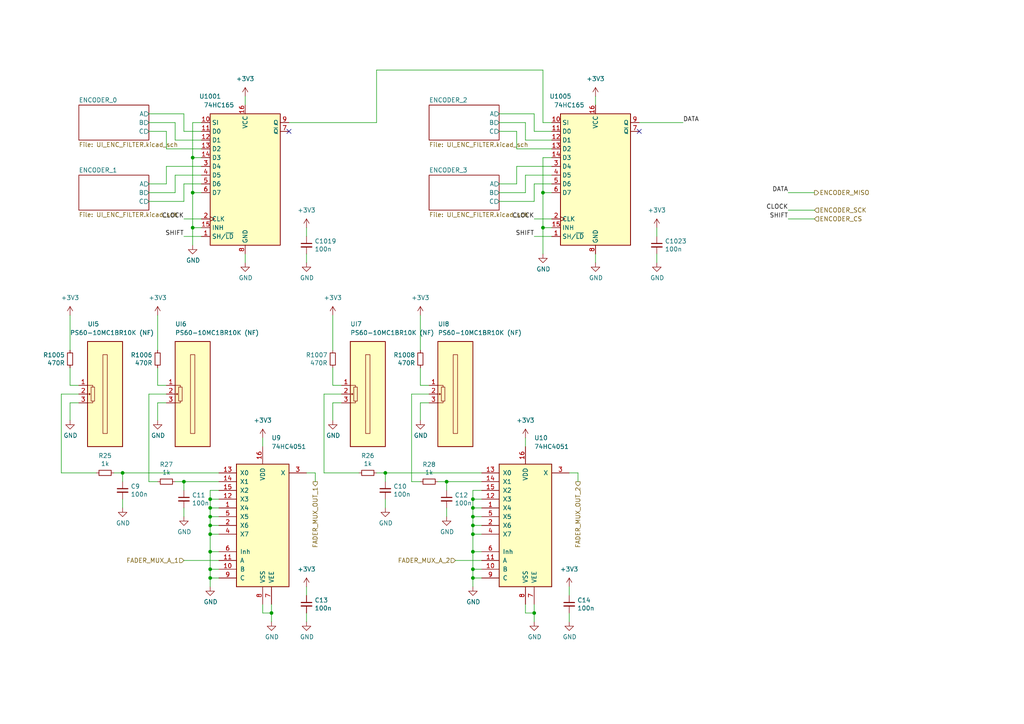
<source format=kicad_sch>
(kicad_sch (version 20230121) (generator eeschema)
  (paper "A4")
  (lib_symbols
    (symbol "power:+3V3" (power) (pin_names (offset 0))
      (property "Value" "+3V3" (at 0 3.556 0))
      (symbol "+3V3_0_1"
        (polyline (pts (xy -0.762 1.27) (xy 0 2.54)))
        (polyline (pts (xy 0 0) (xy 0 2.54)))
        (polyline (pts (xy 0 2.54) (xy 0.762 1.27)))
      )
      (symbol "+3V3_1_1"
        (pin power_in line (at 0 0 90) (length 0) hide (name "+3V3") (number "1"))
      )
    )
    (symbol "power:GND" (power) (pin_names (offset 0))
      (property "Value" "GND" (at 0 -3.81 0))
      (symbol "GND_0_1"
        (polyline (pts (xy 0 0) (xy 0 -1.27) (xy 1.27 -1.27) (xy 0 -2.54) (xy -1.27 -1.27) (xy 0 -1.27)))
      )
      (symbol "GND_1_1"
        (pin power_in line (at 0 0 270) (length 0) hide (name "GND") (number "1"))
      )
    )
    (symbol "suku_basics:74HC165"
      (property "Reference" "U" (at -15.24 25.4 0))
      (property "Value" "74HC165" (at -12.7 20.32 0))
      (symbol "74HC165_1_0"
        (pin input line (at -12.7 12.7 0) (length 2.54) (name "D0") (number "11"))
        (pin input line (at -12.7 10.16 0) (length 2.54) (name "D1") (number "12"))
        (pin input line (at -12.7 7.62 0) (length 2.54) (name "D2") (number "13"))
        (pin input line (at -12.7 5.08 0) (length 2.54) (name "D3") (number "14"))
        (pin power_in line (at 0 20.32 270) (length 2.54) (name "VCC") (number "16"))
        (pin input clock (at -12.7 -12.7 0) (length 2.54) (name "CLK") (number "2"))
        (pin input line (at -12.7 2.54 0) (length 2.54) (name "D4") (number "3"))
        (pin input line (at -12.7 0 0) (length 2.54) (name "D5") (number "4"))
        (pin input line (at -12.7 -2.54 0) (length 2.54) (name "D6") (number "5"))
        (pin input line (at -12.7 -5.08 0) (length 2.54) (name "D7") (number "6"))
        (pin power_in line (at 0 -22.86 90) (length 2.54) (name "GND") (number "8"))
        (pin output line (at 12.7 15.24 180) (length 2.54) (name "Q") (number "9"))
      )
      (symbol "74HC165_1_1"
        (rectangle (start -10.16 17.78) (end 10.16 -20.32) (stroke (width 0.254)) (fill (type background)))
        (pin input line (at -12.7 -17.78 0) (length 2.54) (name "SH/~{LD}") (number "1"))
        (pin input line (at -12.7 15.24 0) (length 2.54) (name "SI") (number "10"))
        (pin input line (at -12.7 -15.24 0) (length 2.54) (name "INH") (number "15"))
        (pin output line (at 12.7 12.7 180) (length 2.54) (name "~{Q}") (number "7"))
      )
    )
    (symbol "suku_basics:74HC4051" (pin_names (offset 1.016))
      (property "Reference" "U" (at -7.62 19.05 0))
      (property "Value" "74HC4051" (at -7.62 -19.05 0))
      (symbol "74HC4051_1_0"
        (pin passive line (at -12.7 5.08 0) (length 5.08) (name "X4") (number "1"))
        (pin input line (at -12.7 -12.7 0) (length 5.08) (name "B") (number "10"))
        (pin input line (at -12.7 -10.16 0) (length 5.08) (name "A") (number "11"))
        (pin passive line (at -12.7 7.62 0) (length 5.08) (name "X3") (number "12"))
        (pin passive line (at -12.7 15.24 0) (length 5.08) (name "X0") (number "13"))
        (pin passive line (at -12.7 12.7 0) (length 5.08) (name "X1") (number "14"))
        (pin passive line (at -12.7 10.16 0) (length 5.08) (name "X2") (number "15"))
        (pin power_in line (at 0 22.86 270) (length 5.08) (name "VDD") (number "16"))
        (pin passive line (at -12.7 0 0) (length 5.08) (name "X6") (number "2"))
        (pin passive line (at 12.7 15.24 180) (length 5.08) (name "X") (number "3"))
        (pin passive line (at -12.7 -2.54 0) (length 5.08) (name "X7") (number "4"))
        (pin passive line (at -12.7 2.54 0) (length 5.08) (name "X5") (number "5"))
        (pin input line (at -12.7 -7.62 0) (length 5.08) (name "Inh") (number "6"))
        (pin power_in line (at 2.54 -22.86 90) (length 5.08) (name "VEE") (number "7"))
        (pin power_in line (at 0 -22.86 90) (length 5.08) (name "VSS") (number "8"))
        (pin input line (at -12.7 -15.24 0) (length 5.08) (name "C") (number "9"))
      )
      (symbol "74HC4051_1_1"
        (rectangle (start -7.62 17.78) (end 7.62 -17.78) (stroke (width 0.254)) (fill (type background)))
      )
    )
    (symbol "suku_basics:CAP" (pin_numbers hide) (pin_names (offset 0.254) hide)
      (property "Reference" "C" (at 0.254 1.778 0))
      (property "Value" "CAP" (at 0.254 -2.032 0))
      (symbol "CAP_0_1"
        (polyline (pts (xy -1.524 -0.508) (xy 1.524 -0.508)) (stroke (width 0.3302)))
        (polyline (pts (xy -1.524 0.508) (xy 1.524 0.508)) (stroke (width 0.3048)))
      )
      (symbol "CAP_1_1"
        (pin passive line (at 0 2.54 270) (length 2.032) (name "~") (number "1"))
        (pin passive line (at 0 -2.54 90) (length 2.032) (name "~") (number "2"))
      )
    )
    (symbol "suku_basics:RES" (pin_numbers hide) (pin_names (offset 0.254) hide)
      (property "Reference" "R" (at 0.762 0.508 0))
      (property "Value" "RES" (at 0.762 -1.016 0))
      (symbol "RES_1_1"
        (rectangle (start -0.762 1.778) (end 0.762 -1.778) (stroke (width 0.2032)))
        (pin passive line (at 0 2.54 270) (length 0.762) (name "~") (number "1"))
        (pin passive line (at 0 -2.54 90) (length 0.762) (name "~") (number "2"))
      )
    )
    (symbol "suku_basics:UI_Fader" (pin_names (offset 0.254) hide)
      (property "Reference" "UI" (at 0 16.764 0))
      (property "Value" "UI_Fader" (at 0 -16.764 0))
      (symbol "UI_Fader_0_1"
        (rectangle (start -5.08 15.24) (end 5.08 -15.24) (stroke (width 0.254)) (fill (type background)))
        (rectangle (start -4.064 2.032) (end -3.048 -2.032))
        (rectangle (start -0.635 11.43) (end 0.635 -11.43))
        (polyline (pts (xy -5.08 -2.54) (xy -3.81 -2.54) (xy -3.556 -2.54) (xy -3.556 -2.032)))
        (polyline (pts (xy -5.08 2.54) (xy -3.81 2.54) (xy -3.556 2.54) (xy -3.556 2.032)))
        (polyline (pts (xy -5.08 0) (xy -4.318 0) (xy -4.572 0.254) (xy -4.572 -0.254) (xy -4.318 0)))
      )
      (symbol "UI_Fader_1_1"
        (pin passive line (at -7.62 2.54 0) (length 2.54) (name "1") (number "1"))
        (pin passive line (at -7.62 0 0) (length 2.54) (name "2") (number "2"))
        (pin passive line (at -7.62 -2.54 0) (length 2.54) (name "3") (number "3"))
        (pin no_connect line (at -7.62 12.7 0) (length 2.54) hide (name "4") (number "4"))
        (pin no_connect line (at 7.62 12.7 180) (length 2.54) hide (name "5") (number "5"))
        (pin no_connect line (at -7.62 -12.7 0) (length 2.54) hide (name "6") (number "6"))
        (pin no_connect line (at 7.62 -12.7 180) (length 2.54) hide (name "7") (number "7"))
      )
    )
  )
  (junction (at 60.96 167.64))
  (junction (at 60.96 149.86))
  (junction (at 157.48 55.88))
  (junction (at 137.16 154.94))
  (junction (at 78.74 177.8))
  (junction (at 60.96 152.4))
  (junction (at 55.88 45.72))
  (junction (at 53.34 139.7))
  (junction (at 137.16 144.78))
  (junction (at 60.96 160.02))
  (junction (at 60.96 165.1))
  (junction (at 137.16 149.86))
  (junction (at 157.48 66.04))
  (junction (at 35.56 137.16))
  (junction (at 55.88 66.04))
  (junction (at 60.96 147.32))
  (junction (at 137.16 165.1))
  (junction (at 60.96 154.94))
  (junction (at 137.16 152.4))
  (junction (at 60.96 144.78))
  (junction (at 129.54 139.7))
  (junction (at 111.76 137.16))
  (junction (at 137.16 160.02))
  (junction (at 137.16 167.64))
  (junction (at 137.16 147.32))
  (junction (at 154.94 177.8))
  (junction (at 55.88 55.88))
  (no_connect (at 185.42 38.1))
  (no_connect (at 83.82 38.1))
  (wire (pts (xy 119.38 114.3) (xy 124.46 114.3)))
  (wire (pts (xy 144.78 53.34) (xy 149.86 53.34)))
  (wire (pts (xy 152.4 177.8) (xy 154.94 177.8)))
  (wire (pts (xy 88.9 76.2) (xy 88.9 73.66)))
  (wire (pts (xy 139.7 154.94) (xy 137.16 154.94)))
  (wire (pts (xy 60.96 160.02) (xy 63.5 160.02)))
  (wire (pts (xy 149.86 53.34) (xy 149.86 48.26)))
  (wire (pts (xy 76.2 177.8) (xy 78.74 177.8)))
  (wire (pts (xy 50.8 35.56) (xy 43.18 35.56)))
  (wire (pts (xy 121.92 121.92) (xy 121.92 116.84)))
  (wire (pts (xy 157.48 35.56) (xy 157.48 20.32)))
  (wire (pts (xy 45.72 121.92) (xy 45.72 116.84)))
  (wire (pts (xy 121.92 139.7) (xy 119.38 139.7)))
  (wire (pts (xy 58.42 55.88) (xy 55.88 55.88)))
  (wire (pts (xy 160.02 55.88) (xy 157.48 55.88)))
  (wire (pts (xy 50.8 139.7) (xy 53.34 139.7)))
  (wire (pts (xy 152.4 175.26) (xy 152.4 177.8)))
  (wire (pts (xy 55.88 71.12) (xy 55.88 66.04)))
  (wire (pts (xy 228.6 63.5) (xy 236.22 63.5)))
  (wire (pts (xy 157.48 55.88) (xy 157.48 66.04)))
  (wire (pts (xy 121.92 106.68) (xy 121.92 111.76)))
  (wire (pts (xy 50.8 40.64) (xy 50.8 35.56)))
  (wire (pts (xy 63.5 142.24) (xy 60.96 142.24)))
  (wire (pts (xy 137.16 160.02) (xy 137.16 154.94)))
  (wire (pts (xy 45.72 116.84) (xy 48.26 116.84)))
  (wire (pts (xy 139.7 167.64) (xy 137.16 167.64)))
  (wire (pts (xy 48.26 111.76) (xy 45.72 111.76)))
  (wire (pts (xy 48.26 53.34) (xy 48.26 48.26)))
  (wire (pts (xy 149.86 48.26) (xy 160.02 48.26)))
  (wire (pts (xy 76.2 127) (xy 76.2 129.54)))
  (wire (pts (xy 83.82 35.56) (xy 109.22 35.56)))
  (wire (pts (xy 22.86 111.76) (xy 20.32 111.76)))
  (wire (pts (xy 60.96 152.4) (xy 60.96 154.94)))
  (wire (pts (xy 139.7 152.4) (xy 137.16 152.4)))
  (wire (pts (xy 160.02 45.72) (xy 157.48 45.72)))
  (wire (pts (xy 27.94 137.16) (xy 17.78 137.16)))
  (wire (pts (xy 152.4 55.88) (xy 152.4 50.8)))
  (wire (pts (xy 60.96 142.24) (xy 60.96 144.78)))
  (wire (pts (xy 63.5 167.64) (xy 60.96 167.64)))
  (wire (pts (xy 157.48 66.04) (xy 160.02 66.04)))
  (wire (pts (xy 132.08 162.56) (xy 139.7 162.56)))
  (wire (pts (xy 137.16 160.02) (xy 139.7 160.02)))
  (wire (pts (xy 127 139.7) (xy 129.54 139.7)))
  (wire (pts (xy 53.34 63.5) (xy 58.42 63.5)))
  (wire (pts (xy 154.94 63.5) (xy 160.02 63.5)))
  (wire (pts (xy 35.56 137.16) (xy 35.56 139.7)))
  (wire (pts (xy 109.22 137.16) (xy 111.76 137.16)))
  (wire (pts (xy 48.26 43.18) (xy 58.42 43.18)))
  (wire (pts (xy 111.76 137.16) (xy 111.76 139.7)))
  (wire (pts (xy 129.54 139.7) (xy 139.7 139.7)))
  (wire (pts (xy 88.9 137.16) (xy 91.44 137.16)))
  (wire (pts (xy 48.26 38.1) (xy 48.26 43.18)))
  (wire (pts (xy 129.54 149.86) (xy 129.54 147.32)))
  (wire (pts (xy 17.78 114.3) (xy 22.86 114.3)))
  (wire (pts (xy 157.48 66.04) (xy 157.48 73.66)))
  (wire (pts (xy 172.72 76.2) (xy 172.72 73.66)))
  (wire (pts (xy 160.02 35.56) (xy 157.48 35.56)))
  (wire (pts (xy 149.86 43.18) (xy 160.02 43.18)))
  (wire (pts (xy 60.96 147.32) (xy 60.96 149.86)))
  (wire (pts (xy 139.7 147.32) (xy 137.16 147.32)))
  (wire (pts (xy 144.78 58.42) (xy 154.94 58.42)))
  (wire (pts (xy 152.4 50.8) (xy 160.02 50.8)))
  (wire (pts (xy 58.42 35.56) (xy 55.88 35.56)))
  (wire (pts (xy 228.6 55.88) (xy 236.22 55.88)))
  (wire (pts (xy 172.72 27.94) (xy 172.72 30.48)))
  (wire (pts (xy 55.88 66.04) (xy 58.42 66.04)))
  (wire (pts (xy 119.38 139.7) (xy 119.38 114.3)))
  (wire (pts (xy 137.16 167.64) (xy 137.16 165.1)))
  (wire (pts (xy 165.1 180.34) (xy 165.1 177.8)))
  (wire (pts (xy 63.5 149.86) (xy 60.96 149.86)))
  (wire (pts (xy 60.96 154.94) (xy 60.96 160.02)))
  (wire (pts (xy 96.52 116.84) (xy 99.06 116.84)))
  (wire (pts (xy 109.22 35.56) (xy 109.22 20.32)))
  (wire (pts (xy 43.18 38.1) (xy 48.26 38.1)))
  (wire (pts (xy 76.2 175.26) (xy 76.2 177.8)))
  (wire (pts (xy 93.98 137.16) (xy 93.98 114.3)))
  (wire (pts (xy 50.8 50.8) (xy 58.42 50.8)))
  (wire (pts (xy 63.5 154.94) (xy 60.96 154.94)))
  (wire (pts (xy 129.54 139.7) (xy 129.54 142.24)))
  (wire (pts (xy 53.34 38.1) (xy 58.42 38.1)))
  (wire (pts (xy 96.52 106.68) (xy 96.52 111.76)))
  (wire (pts (xy 154.94 38.1) (xy 160.02 38.1)))
  (wire (pts (xy 137.16 147.32) (xy 137.16 144.78)))
  (wire (pts (xy 78.74 177.8) (xy 78.74 180.34)))
  (wire (pts (xy 53.34 33.02) (xy 53.34 38.1)))
  (wire (pts (xy 17.78 137.16) (xy 17.78 114.3)))
  (wire (pts (xy 55.88 35.56) (xy 55.88 45.72)))
  (wire (pts (xy 93.98 114.3) (xy 99.06 114.3)))
  (wire (pts (xy 43.18 33.02) (xy 53.34 33.02)))
  (wire (pts (xy 43.18 53.34) (xy 48.26 53.34)))
  (wire (pts (xy 137.16 154.94) (xy 137.16 152.4)))
  (wire (pts (xy 152.4 127) (xy 152.4 129.54)))
  (wire (pts (xy 154.94 177.8) (xy 154.94 180.34)))
  (wire (pts (xy 53.34 149.86) (xy 53.34 147.32)))
  (wire (pts (xy 20.32 121.92) (xy 20.32 116.84)))
  (wire (pts (xy 152.4 35.56) (xy 144.78 35.56)))
  (wire (pts (xy 144.78 38.1) (xy 149.86 38.1)))
  (wire (pts (xy 111.76 147.32) (xy 111.76 144.78)))
  (wire (pts (xy 53.34 58.42) (xy 53.34 53.34)))
  (wire (pts (xy 167.64 137.16) (xy 167.64 139.7)))
  (wire (pts (xy 154.94 33.02) (xy 154.94 38.1)))
  (wire (pts (xy 63.5 144.78) (xy 60.96 144.78)))
  (wire (pts (xy 144.78 55.88) (xy 152.4 55.88)))
  (wire (pts (xy 99.06 111.76) (xy 96.52 111.76)))
  (wire (pts (xy 60.96 170.18) (xy 60.96 167.64)))
  (wire (pts (xy 165.1 137.16) (xy 167.64 137.16)))
  (wire (pts (xy 144.78 33.02) (xy 154.94 33.02)))
  (wire (pts (xy 121.92 116.84) (xy 124.46 116.84)))
  (wire (pts (xy 43.18 58.42) (xy 53.34 58.42)))
  (wire (pts (xy 71.12 27.94) (xy 71.12 30.48)))
  (wire (pts (xy 154.94 58.42) (xy 154.94 53.34)))
  (wire (pts (xy 160.02 40.64) (xy 152.4 40.64)))
  (wire (pts (xy 137.16 165.1) (xy 137.16 160.02)))
  (wire (pts (xy 78.74 175.26) (xy 78.74 177.8)))
  (wire (pts (xy 137.16 144.78) (xy 137.16 142.24)))
  (wire (pts (xy 88.9 180.34) (xy 88.9 177.8)))
  (wire (pts (xy 137.16 142.24) (xy 139.7 142.24)))
  (wire (pts (xy 71.12 76.2) (xy 71.12 73.66)))
  (wire (pts (xy 96.52 121.92) (xy 96.52 116.84)))
  (wire (pts (xy 43.18 139.7) (xy 43.18 114.3)))
  (wire (pts (xy 63.5 165.1) (xy 60.96 165.1)))
  (wire (pts (xy 88.9 172.72) (xy 88.9 170.18)))
  (wire (pts (xy 154.94 53.34) (xy 160.02 53.34)))
  (wire (pts (xy 33.02 137.16) (xy 35.56 137.16)))
  (wire (pts (xy 137.16 152.4) (xy 137.16 149.86)))
  (wire (pts (xy 104.14 137.16) (xy 93.98 137.16)))
  (wire (pts (xy 58.42 45.72) (xy 55.88 45.72)))
  (wire (pts (xy 157.48 20.32) (xy 109.22 20.32)))
  (wire (pts (xy 45.72 139.7) (xy 43.18 139.7)))
  (wire (pts (xy 53.34 139.7) (xy 53.34 142.24)))
  (wire (pts (xy 48.26 48.26) (xy 58.42 48.26)))
  (wire (pts (xy 60.96 165.1) (xy 60.96 160.02)))
  (wire (pts (xy 165.1 172.72) (xy 165.1 170.18)))
  (wire (pts (xy 185.42 35.56) (xy 198.12 35.56)))
  (wire (pts (xy 149.86 38.1) (xy 149.86 43.18)))
  (wire (pts (xy 55.88 45.72) (xy 55.88 55.88)))
  (wire (pts (xy 50.8 55.88) (xy 50.8 50.8)))
  (wire (pts (xy 139.7 144.78) (xy 137.16 144.78)))
  (wire (pts (xy 96.52 91.44) (xy 96.52 101.6)))
  (wire (pts (xy 190.5 68.58) (xy 190.5 66.04)))
  (wire (pts (xy 53.34 162.56) (xy 63.5 162.56)))
  (wire (pts (xy 60.96 167.64) (xy 60.96 165.1)))
  (wire (pts (xy 63.5 152.4) (xy 60.96 152.4)))
  (wire (pts (xy 45.72 106.68) (xy 45.72 111.76)))
  (wire (pts (xy 53.34 68.58) (xy 58.42 68.58)))
  (wire (pts (xy 45.72 91.44) (xy 45.72 101.6)))
  (wire (pts (xy 63.5 147.32) (xy 60.96 147.32)))
  (wire (pts (xy 154.94 175.26) (xy 154.94 177.8)))
  (wire (pts (xy 88.9 68.58) (xy 88.9 66.04)))
  (wire (pts (xy 157.48 45.72) (xy 157.48 55.88)))
  (wire (pts (xy 60.96 144.78) (xy 60.96 147.32)))
  (wire (pts (xy 137.16 170.18) (xy 137.16 167.64)))
  (wire (pts (xy 190.5 76.2) (xy 190.5 73.66)))
  (wire (pts (xy 20.32 91.44) (xy 20.32 101.6)))
  (wire (pts (xy 35.56 147.32) (xy 35.56 144.78)))
  (wire (pts (xy 60.96 149.86) (xy 60.96 152.4)))
  (wire (pts (xy 53.34 139.7) (xy 63.5 139.7)))
  (wire (pts (xy 20.32 116.84) (xy 22.86 116.84)))
  (wire (pts (xy 53.34 53.34) (xy 58.42 53.34)))
  (wire (pts (xy 55.88 55.88) (xy 55.88 66.04)))
  (wire (pts (xy 139.7 149.86) (xy 137.16 149.86)))
  (wire (pts (xy 124.46 111.76) (xy 121.92 111.76)))
  (wire (pts (xy 43.18 114.3) (xy 48.26 114.3)))
  (wire (pts (xy 121.92 91.44) (xy 121.92 101.6)))
  (wire (pts (xy 91.44 139.7) (xy 91.44 137.16)))
  (wire (pts (xy 139.7 165.1) (xy 137.16 165.1)))
  (wire (pts (xy 43.18 55.88) (xy 50.8 55.88)))
  (wire (pts (xy 63.5 137.16) (xy 35.56 137.16)))
  (wire (pts (xy 20.32 106.68) (xy 20.32 111.76)))
  (wire (pts (xy 152.4 40.64) (xy 152.4 35.56)))
  (wire (pts (xy 228.6 60.96) (xy 236.22 60.96)))
  (wire (pts (xy 137.16 149.86) (xy 137.16 147.32)))
  (wire (pts (xy 154.94 68.58) (xy 160.02 68.58)))
  (wire (pts (xy 58.42 40.64) (xy 50.8 40.64)))
  (wire (pts (xy 139.7 137.16) (xy 111.76 137.16)))
  (label "SHIFT" (at 228.6 63.5 180))
  (label "SHIFT" (at 154.94 68.58 180))
  (label "DATA" (at 198.12 35.56 0))
  (label "DATA" (at 228.6 55.88 180))
  (label "SHIFT" (at 53.34 68.58 180))
  (label "CLOCK" (at 154.94 63.5 180))
  (label "CLOCK" (at 228.6 60.96 180))
  (label "CLOCK" (at 53.34 63.5 180))
  (hierarchical_label "FADER_MUX_OUT_2" (shape output) (at 167.64 139.7 270))
  (hierarchical_label "FADER_MUX_OUT_1" (shape output) (at 91.44 139.7 270))
  (hierarchical_label "ENCODER_CS" (shape input) (at 236.22 63.5 0))
  (hierarchical_label "FADER_MUX_A_1" (shape input) (at 53.34 162.56 180))
  (hierarchical_label "FADER_MUX_A_2" (shape input) (at 132.08 162.56 180))
  (hierarchical_label "ENCODER_MISO" (shape output) (at 236.22 55.88 0))
  (hierarchical_label "ENCODER_SCK" (shape input) (at 236.22 60.96 0))
  (symbol (lib_id "suku_basics:74HC165") (at 71.12 50.8 0) (unit 1)
    (property "Reference" "U1001" (at 60.96 27.94 0))
    (property "Value" "74HC165" (at 63.5 30.48 0))
    (property "Footprint" "suku_basics:SOIC-16_74HC165" (effects hide))
    (property "Datasheet" "http://www.ti.com/lit/ds/symlink/sn74hc595.pdf" (effects hide))
  )
  (symbol (lib_id "power:GND") (at 71.12 76.2 0) (unit 1)
    (property "Reference" "#PWR01054" (effects hide))
    (property "Value" "GND" (at 71.247 80.5942 0))
  )
  (symbol (lib_id "suku_basics:74HC165") (at 172.72 50.8 0) (unit 1)
    (property "Reference" "U1005" (at 162.56 27.94 0))
    (property "Value" "74HC165" (at 165.1 30.48 0))
    (property "Footprint" "suku_basics:SOIC-16_74HC165" (effects hide))
    (property "Datasheet" "http://www.ti.com/lit/ds/symlink/sn74hc595.pdf" (effects hide))
  )
  (symbol (lib_id "power:GND") (at 172.72 76.2 0) (unit 1)
    (property "Reference" "#PWR01074" (effects hide))
    (property "Value" "GND" (at 172.847 80.5942 0))
  )
  (symbol (lib_id "suku_basics:CAP") (at 88.9 71.12 0) (unit 1)
    (property "Reference" "C1019" (at 91.2368 69.9516 0) (effects (justify left)))
    (property "Value" "100n" (at 91.2368 72.263 0) (effects (justify left)))
    (property "Footprint" "suku_basics:CAP_0402" (effects hide))
  )
  (symbol (lib_id "power:GND") (at 88.9 76.2 0) (unit 1)
    (property "Reference" "#PWR01062" (effects hide))
    (property "Value" "GND" (at 89.027 80.5942 0))
  )
  (symbol (lib_id "suku_basics:CAP") (at 190.5 71.12 0) (unit 1)
    (property "Reference" "C1023" (at 192.8368 69.9516 0) (effects (justify left)))
    (property "Value" "100n" (at 192.8368 72.263 0) (effects (justify left)))
    (property "Footprint" "suku_basics:CAP_0402" (effects hide))
  )
  (symbol (lib_id "power:GND") (at 190.5 76.2 0) (unit 1)
    (property "Reference" "#PWR01082" (effects hide))
    (property "Value" "GND" (at 190.627 80.5942 0))
  )
  (symbol (lib_id "power:GND") (at 55.88 71.12 0) (unit 1)
    (property "Reference" "#PWR01049" (effects hide))
    (property "Value" "GND" (at 56.007 75.5142 0))
  )
  (symbol (lib_id "power:GND") (at 157.48 73.66 0) (unit 1)
    (property "Reference" "#PWR01069" (effects hide))
    (property "Value" "GND" (at 157.607 78.0542 0))
  )
  (symbol (lib_id "suku_basics:RES") (at 121.92 104.14 0) (mirror y) (unit 1)
    (property "Reference" "R1008" (at 120.4214 102.9716 0) (effects (justify left)))
    (property "Value" "470R" (at 120.4214 105.283 0) (effects (justify left)))
    (property "Footprint" "suku_basics:RES_0402" (effects hide))
  )
  (symbol (lib_id "suku_basics:RES") (at 30.48 137.16 270) (unit 1)
    (property "Reference" "R25" (at 30.48 132.1816 90))
    (property "Value" "1k" (at 30.48 134.493 90))
    (property "Footprint" "suku_basics:RES_0402" (effects hide))
    (instances (project "EF44" (path "" (reference "R25") (unit 1))) (project "EF44" (path "" (reference "R1001") (unit 1))))
  )
  (symbol (lib_id "power:GND") (at 88.9 180.34 0) (unit 1)
    (property "Reference" "#PWR0144" (effects hide))
    (property "Value" "GND" (at 89.027 184.7342 0))
    (instances (project "EF44" (path "" (reference "#PWR0144") (unit 1))) (project "EF44" (path "" (reference "#PWR01011") (unit 1))))
  )
  (symbol (lib_id "power:GND") (at 53.34 149.86 0) (unit 1)
    (property "Reference" "#PWR0218" (effects hide))
    (property "Value" "GND" (at 53.467 154.2542 0))
    (instances (project "EF44" (path "" (reference "#PWR0218") (unit 1))) (project "EF44" (path "" (reference "#PWR01006") (unit 1))))
  )
  (symbol (lib_id "power:GND") (at 60.96 170.18 0) (unit 1)
    (property "Reference" "#PWR0141" (effects hide))
    (property "Value" "GND" (at 61.087 174.5742 0))
    (instances (project "EF44" (path "" (reference "#PWR0141") (unit 1))) (project "EF44" (path "" (reference "#PWR01007") (unit 1))))
  )
  (symbol (lib_id "suku_basics:CAP") (at 35.56 142.24 0) (unit 1)
    (property "Reference" "C9" (at 37.8968 141.0716 0) (effects (justify left)))
    (property "Value" "100n" (at 37.8968 143.383 0) (effects (justify left)))
    (property "Footprint" "suku_basics:CAP_0402" (effects hide))
    (instances (project "EF44" (path "" (reference "C9") (unit 1))) (project "EF44" (path "" (reference "C1001") (unit 1))))
  )
  (symbol (lib_id "suku_basics:CAP") (at 88.9 175.26 0) (unit 1)
    (property "Reference" "C13" (at 91.2368 174.0916 0) (effects (justify left)))
    (property "Value" "100n" (at 91.2368 176.403 0) (effects (justify left)))
    (property "Footprint" "suku_basics:CAP_0402" (effects hide))
    (instances (project "EF44" (path "" (reference "C13") (unit 1))) (project "EF44" (path "" (reference "C1003") (unit 1))))
  )
  (symbol (lib_id "power:+3V3") (at 96.52 91.44 0) (unit 1)
    (property "Reference" "#PWR01012" (effects hide))
    (property "Value" "+3V3" (at 96.52 86.36 0))
  )
  (symbol (lib_id "power:GND") (at 20.32 121.92 0) (unit 1)
    (property "Reference" "#PWR0179" (effects hide))
    (property "Value" "GND" (at 20.447 126.3142 0))
    (instances (project "EF44" (path "" (reference "#PWR0179") (unit 1))) (project "EF44" (path "" (reference "#PWR01002") (unit 1))))
  )
  (symbol (lib_id "suku_basics:CAP") (at 53.34 144.78 0) (unit 1)
    (property "Reference" "C11" (at 55.6768 143.6116 0) (effects (justify left)))
    (property "Value" "100n" (at 55.6768 145.923 0) (effects (justify left)))
    (property "Footprint" "suku_basics:CAP_0402" (effects hide))
    (instances (project "EF44" (path "" (reference "C11") (unit 1))) (project "EF44" (path "" (reference "C1002") (unit 1))))
  )
  (symbol (lib_id "power:+3V3") (at 152.4 127 0) (unit 1)
    (property "Reference" "#PWR01022" (effects hide))
    (property "Value" "+3V3" (at 152.4 121.92 0))
  )
  (symbol (lib_id "power:+3V3") (at 88.9 170.18 0) (unit 1)
    (property "Reference" "#PWR01010" (effects hide))
    (property "Value" "+3V3" (at 88.9 165.1 0))
  )
  (symbol (lib_id "power:+3V3") (at 172.72 27.94 0) (unit 1)
    (property "Reference" "#PWR01061" (effects hide))
    (property "Value" "+3V3" (at 172.72 22.86 0))
  )
  (symbol (lib_id "power:+3V3") (at 121.92 91.44 0) (unit 1)
    (property "Reference" "#PWR01016" (effects hide))
    (property "Value" "+3V3" (at 121.92 86.36 0))
  )
  (symbol (lib_id "power:GND") (at 111.76 147.32 0) (unit 1)
    (property "Reference" "#PWR0219" (effects hide))
    (property "Value" "GND" (at 111.887 151.7142 0))
    (instances (project "EF44" (path "" (reference "#PWR0219") (unit 1))) (project "EF44" (path "" (reference "#PWR01015") (unit 1))))
  )
  (symbol (lib_id "power:+3V3") (at 71.12 27.94 0) (unit 1)
    (property "Reference" "#PWR01055" (effects hide))
    (property "Value" "+3V3" (at 71.12 22.86 0))
  )
  (symbol (lib_id "suku_basics:UI_Fader") (at 132.08 114.3 0) (unit 1)
    (property "Reference" "UI8" (at 127 93.98 0) (effects (justify left)))
    (property "Value" "PS60-10MC1BR10K (NF)" (at 127 96.52 0) (effects (justify left)))
    (property "Footprint" "suku_basics:UI_FADER_TT_long" (effects hide))
    (instances (project "EF44" (path "" (reference "UI8") (unit 1))) (project "EF44" (path "" (reference "UI1004") (unit 1))))
  )
  (symbol (lib_id "suku_basics:UI_Fader") (at 30.48 114.3 0) (unit 1)
    (property "Reference" "UI5" (at 25.4 93.98 0) (effects (justify left)))
    (property "Value" "PS60-10MC1BR10K (NF)" (at 20.32 96.52 0) (effects (justify left)))
    (property "Footprint" "suku_basics:UI_FADER_TT_long" (effects hide))
    (instances (project "EF44" (path "" (reference "UI5") (unit 1))) (project "EF44" (path "" (reference "UI1001") (unit 1))))
  )
  (symbol (lib_id "suku_basics:RES") (at 48.26 139.7 270) (unit 1)
    (property "Reference" "R27" (at 48.26 134.7216 90))
    (property "Value" "1k" (at 48.26 137.033 90))
    (property "Footprint" "suku_basics:RES_0402" (effects hide))
    (instances (project "EF44" (path "" (reference "R27") (unit 1))) (project "EF44" (path "" (reference "R1002") (unit 1))))
  )
  (symbol (lib_id "suku_basics:RES") (at 106.68 137.16 270) (unit 1)
    (property "Reference" "R26" (at 106.68 132.1816 90))
    (property "Value" "1k" (at 106.68 134.493 90))
    (property "Footprint" "suku_basics:RES_0402" (effects hide))
    (instances (project "EF44" (path "" (reference "R26") (unit 1))) (project "EF44" (path "" (reference "R1003") (unit 1))))
  )
  (symbol (lib_id "power:GND") (at 35.56 147.32 0) (unit 1)
    (property "Reference" "#PWR0217" (effects hide))
    (property "Value" "GND" (at 35.687 151.7142 0))
    (instances (project "EF44" (path "" (reference "#PWR0217") (unit 1))) (project "EF44" (path "" (reference "#PWR01003") (unit 1))))
  )
  (symbol (lib_id "power:+3V3") (at 76.2 127 0) (unit 1)
    (property "Reference" "#PWR01008" (effects hide))
    (property "Value" "+3V3" (at 76.2 121.92 0))
  )
  (symbol (lib_id "suku_basics:74HC4051") (at 152.4 152.4 0) (unit 1)
    (property "Reference" "U10" (at 154.94 127 0) (effects (justify left)))
    (property "Value" "74HC4051" (at 154.94 129.54 0) (effects (justify left)))
    (property "Footprint" "suku_basics:SOIC-16_74HC4051" (effects hide))
    (property "Datasheet" "http://www.intersil.com/content/dam/Intersil/documents/cd40/cd4051bms-52bms-53bms.pdf" (effects hide))
    (instances (project "EF44" (path "" (reference "U10") (unit 1))) (project "EF44" (path "" (reference "U1003") (unit 1))))
  )
  (symbol (lib_id "power:GND") (at 78.74 180.34 0) (unit 1)
    (property "Reference" "#PWR0140" (effects hide))
    (property "Value" "GND" (at 78.867 184.7342 0))
    (instances (project "EF44" (path "" (reference "#PWR0140") (unit 1))) (project "EF44" (path "" (reference "#PWR01009") (unit 1))))
  )
  (symbol (lib_id "power:GND") (at 129.54 149.86 0) (unit 1)
    (property "Reference" "#PWR0220" (effects hide))
    (property "Value" "GND" (at 129.667 154.2542 0))
    (instances (project "EF44" (path "" (reference "#PWR0220") (unit 1))) (project "EF44" (path "" (reference "#PWR01019") (unit 1))))
  )
  (symbol (lib_id "power:+3V3") (at 165.1 170.18 0) (unit 1)
    (property "Reference" "#PWR01024" (effects hide))
    (property "Value" "+3V3" (at 165.1 165.1 0))
  )
  (symbol (lib_id "suku_basics:RES") (at 45.72 104.14 0) (mirror y) (unit 1)
    (property "Reference" "R1006" (at 44.2214 102.9716 0) (effects (justify left)))
    (property "Value" "470R" (at 44.2214 105.283 0) (effects (justify left)))
    (property "Footprint" "suku_basics:RES_0402" (effects hide))
  )
  (symbol (lib_id "suku_basics:UI_Fader") (at 106.68 114.3 0) (unit 1)
    (property "Reference" "UI7" (at 101.6 93.98 0) (effects (justify left)))
    (property "Value" "PS60-10MC1BR10K (NF)" (at 101.6 96.52 0) (effects (justify left)))
    (property "Footprint" "suku_basics:UI_FADER_TT_long" (effects hide))
    (instances (project "EF44" (path "" (reference "UI7") (unit 1))) (project "EF44" (path "" (reference "UI1003") (unit 1))))
  )
  (symbol (lib_id "suku_basics:RES") (at 20.32 104.14 0) (mirror y) (unit 1)
    (property "Reference" "R1005" (at 18.8214 102.9716 0) (effects (justify left)))
    (property "Value" "470R" (at 18.8214 105.283 0) (effects (justify left)))
    (property "Footprint" "suku_basics:RES_0402" (effects hide))
  )
  (symbol (lib_id "power:GND") (at 121.92 121.92 0) (unit 1)
    (property "Reference" "#PWR0216" (effects hide))
    (property "Value" "GND" (at 122.047 126.3142 0))
    (instances (project "EF44" (path "" (reference "#PWR0216") (unit 1))) (project "EF44" (path "" (reference "#PWR01017") (unit 1))))
  )
  (symbol (lib_id "power:GND") (at 96.52 121.92 0) (unit 1)
    (property "Reference" "#PWR0210" (effects hide))
    (property "Value" "GND" (at 96.647 126.3142 0))
    (instances (project "EF44" (path "" (reference "#PWR0210") (unit 1))) (project "EF44" (path "" (reference "#PWR01014") (unit 1))))
  )
  (symbol (lib_id "power:GND") (at 45.72 121.92 0) (unit 1)
    (property "Reference" "#PWR0209" (effects hide))
    (property "Value" "GND" (at 45.847 126.3142 0))
    (instances (project "EF44" (path "" (reference "#PWR0209") (unit 1))) (project "EF44" (path "" (reference "#PWR01005") (unit 1))))
  )
  (symbol (lib_id "suku_basics:CAP") (at 111.76 142.24 0) (unit 1)
    (property "Reference" "C10" (at 114.0968 141.0716 0) (effects (justify left)))
    (property "Value" "100n" (at 114.0968 143.383 0) (effects (justify left)))
    (property "Footprint" "suku_basics:CAP_0402" (effects hide))
    (instances (project "EF44" (path "" (reference "C10") (unit 1))) (project "EF44" (path "" (reference "C1004") (unit 1))))
  )
  (symbol (lib_id "power:GND") (at 165.1 180.34 0) (unit 1)
    (property "Reference" "#PWR0146" (effects hide))
    (property "Value" "GND" (at 165.227 184.7342 0))
    (instances (project "EF44" (path "" (reference "#PWR0146") (unit 1))) (project "EF44" (path "" (reference "#PWR01025") (unit 1))))
  )
  (symbol (lib_id "suku_basics:74HC4051") (at 76.2 152.4 0) (unit 1)
    (property "Reference" "U9" (at 78.74 127 0) (effects (justify left)))
    (property "Value" "74HC4051" (at 78.74 129.54 0) (effects (justify left)))
    (property "Footprint" "suku_basics:SOIC-16_74HC4051" (effects hide))
    (property "Datasheet" "http://www.intersil.com/content/dam/Intersil/documents/cd40/cd4051bms-52bms-53bms.pdf" (effects hide))
    (instances (project "EF44" (path "" (reference "U9") (unit 1))) (project "EF44" (path "" (reference "U1002") (unit 1))))
  )
  (symbol (lib_id "suku_basics:RES") (at 124.46 139.7 270) (unit 1)
    (property "Reference" "R28" (at 124.46 134.7216 90))
    (property "Value" "1k" (at 124.46 137.033 90))
    (property "Footprint" "suku_basics:RES_0402" (effects hide))
    (instances (project "EF44" (path "" (reference "R28") (unit 1))) (project "EF44" (path "" (reference "R1004") (unit 1))))
  )
  (symbol (lib_id "suku_basics:RES") (at 96.52 104.14 0) (mirror y) (unit 1)
    (property "Reference" "R1007" (at 95.0214 102.9716 0) (effects (justify left)))
    (property "Value" "470R" (at 95.0214 105.283 0) (effects (justify left)))
    (property "Footprint" "suku_basics:RES_0402" (effects hide))
  )
  (symbol (lib_id "suku_basics:CAP") (at 129.54 144.78 0) (unit 1)
    (property "Reference" "C12" (at 131.8768 143.6116 0) (effects (justify left)))
    (property "Value" "100n" (at 131.8768 145.923 0) (effects (justify left)))
    (property "Footprint" "suku_basics:CAP_0402" (effects hide))
    (instances (project "EF44" (path "" (reference "C12") (unit 1))) (project "EF44" (path "" (reference "C1005") (unit 1))))
  )
  (symbol (lib_id "power:GND") (at 154.94 180.34 0) (unit 1)
    (property "Reference" "#PWR0139" (effects hide))
    (property "Value" "GND" (at 155.067 184.7342 0))
    (instances (project "EF44" (path "" (reference "#PWR0139") (unit 1))) (project "EF44" (path "" (reference "#PWR01023") (unit 1))))
  )
  (symbol (lib_id "power:+3V3") (at 88.9 66.04 0) (unit 1)
    (property "Reference" "#PWR01053" (effects hide))
    (property "Value" "+3V3" (at 88.9 60.96 0))
  )
  (symbol (lib_id "suku_basics:UI_Fader") (at 55.88 114.3 0) (unit 1)
    (property "Reference" "UI6" (at 50.8 93.98 0) (effects (justify left)))
    (property "Value" "PS60-10MC1BR10K (NF)" (at 50.8 96.52 0) (effects (justify left)))
    (property "Footprint" "suku_basics:UI_FADER_TT_long" (effects hide))
    (instances (project "EF44" (path "" (reference "UI6") (unit 1))) (project "EF44" (path "" (reference "UI1002") (unit 1))))
  )
  (symbol (lib_id "power:+3V3") (at 20.32 91.44 0) (unit 1)
    (property "Reference" "#PWR01001" (effects hide))
    (property "Value" "+3V3" (at 20.32 86.36 0))
  )
  (symbol (lib_id "power:+3V3") (at 45.72 91.44 0) (unit 1)
    (property "Reference" "#PWR01004" (effects hide))
    (property "Value" "+3V3" (at 45.72 86.36 0))
  )
  (symbol (lib_id "power:+3V3") (at 190.5 66.04 0) (unit 1)
    (property "Reference" "#PWR01063" (effects hide))
    (property "Value" "+3V3" (at 190.5 60.96 0))
  )
  (symbol (lib_id "power:GND") (at 137.16 170.18 0) (unit 1)
    (property "Reference" "#PWR0142" (effects hide))
    (property "Value" "GND" (at 137.287 174.5742 0))
    (instances (project "EF44" (path "" (reference "#PWR0142") (unit 1))) (project "EF44" (path "" (reference "#PWR01020") (unit 1))))
  )
  (symbol (lib_id "suku_basics:CAP") (at 165.1 175.26 0) (unit 1)
    (property "Reference" "C14" (at 167.4368 174.0916 0) (effects (justify left)))
    (property "Value" "100n" (at 167.4368 176.403 0) (effects (justify left)))
    (property "Footprint" "suku_basics:CAP_0402" (effects hide))
    (instances (project "EF44" (path "" (reference "C14") (unit 1))) (project "EF44" (path "" (reference "C1006") (unit 1))))
  )
  (sheet (at 22.86 30.48) (size 20.32 10.16)
    (property "Sheetname" "ENCODER_0" (at 22.86 29.7684 0) (effects (justify left bottom)))
    (property "Sheetfile" "UI_ENC_FILTER.kicad_sch" (at 22.86 41.2246 0) (effects (justify left top)))
    (pin "C" output (at 43.18 38.1 0))
    (pin "A" output (at 43.18 33.02 0))
    (pin "B" output (at 43.18 35.56 0))
  )
  (sheet (at 22.86 50.8) (size 20.32 10.16)
    (property "Sheetname" "ENCODER_1" (at 22.86 50.0884 0) (effects (justify left bottom)))
    (property "Sheetfile" "UI_ENC_FILTER.kicad_sch" (at 22.86 61.5446 0) (effects (justify left top)))
    (pin "C" output (at 43.18 58.42 0))
    (pin "A" output (at 43.18 53.34 0))
    (pin "B" output (at 43.18 55.88 0))
  )
  (sheet (at 124.46 30.48) (size 20.32 10.16)
    (property "Sheetname" "ENCODER_2" (at 124.46 29.7684 0) (effects (justify left bottom)))
    (property "Sheetfile" "UI_ENC_FILTER.kicad_sch" (at 124.46 41.2246 0) (effects (justify left top)))
    (pin "C" output (at 144.78 38.1 0))
    (pin "A" output (at 144.78 33.02 0))
    (pin "B" output (at 144.78 35.56 0))
  )
  (sheet (at 124.46 50.8) (size 20.32 10.16)
    (property "Sheetname" "ENCODER_3" (at 124.46 50.0884 0) (effects (justify left bottom)))
    (property "Sheetfile" "UI_ENC_FILTER.kicad_sch" (at 124.46 61.5446 0) (effects (justify left top)))
    (pin "C" output (at 144.78 58.42 0))
    (pin "A" output (at 144.78 53.34 0))
    (pin "B" output (at 144.78 55.88 0))
  )
)
</source>
